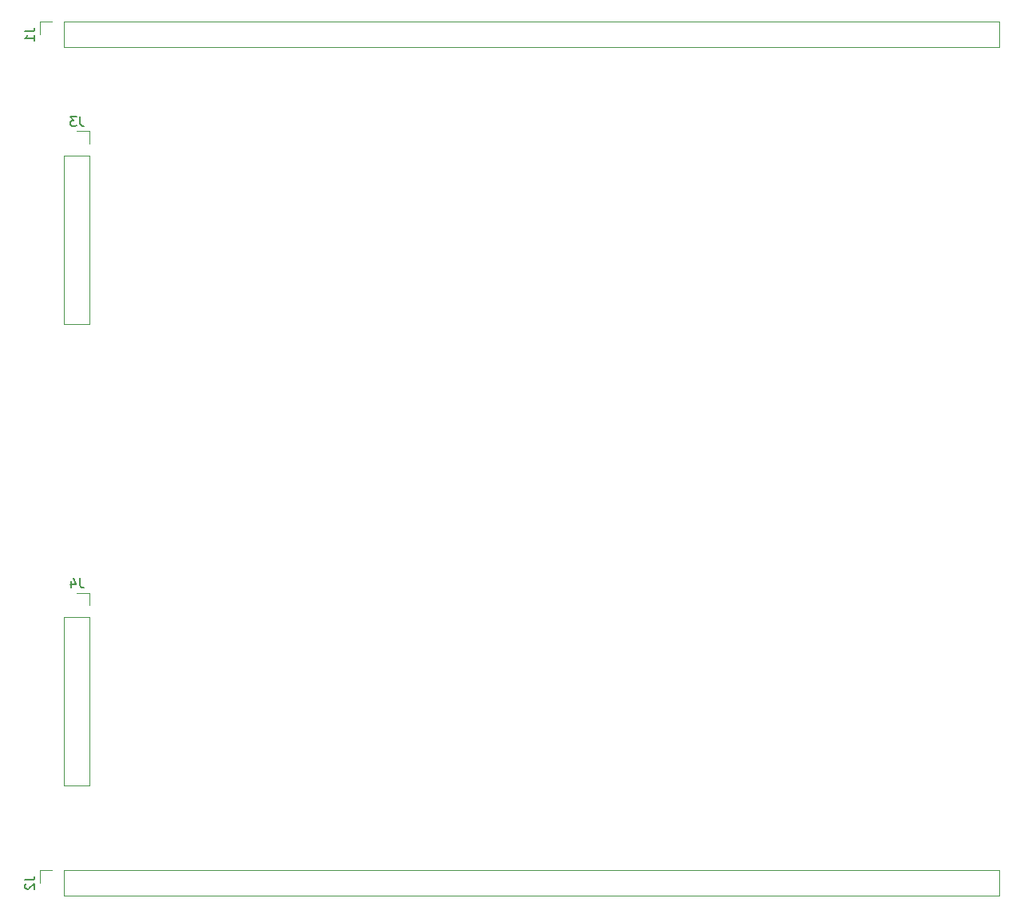
<source format=gbo>
G04 #@! TF.GenerationSoftware,KiCad,Pcbnew,(5.1.9)-1*
G04 #@! TF.CreationDate,2021-11-21T23:13:33-05:00*
G04 #@! TF.ProjectId,ir-rc,69722d72-632e-46b6-9963-61645f706362,1.1*
G04 #@! TF.SameCoordinates,Original*
G04 #@! TF.FileFunction,Legend,Bot*
G04 #@! TF.FilePolarity,Positive*
%FSLAX46Y46*%
G04 Gerber Fmt 4.6, Leading zero omitted, Abs format (unit mm)*
G04 Created by KiCad (PCBNEW (5.1.9)-1) date 2021-11-21 23:13:33*
%MOMM*%
%LPD*%
G01*
G04 APERTURE LIST*
%ADD10C,0.120000*%
%ADD11C,0.150000*%
%ADD12O,1.600000X1.600000*%
%ADD13R,1.600000X1.600000*%
%ADD14O,1.700000X1.700000*%
%ADD15R,1.700000X1.700000*%
G04 APERTURE END LIST*
D10*
X90330000Y-105230000D02*
X89000000Y-105230000D01*
X90330000Y-106560000D02*
X90330000Y-105230000D01*
X90330000Y-107830000D02*
X87670000Y-107830000D01*
X87670000Y-107830000D02*
X87670000Y-125670000D01*
X90330000Y-107830000D02*
X90330000Y-125670000D01*
X90330000Y-125670000D02*
X87670000Y-125670000D01*
X90330000Y-56270000D02*
X89000000Y-56270000D01*
X90330000Y-57600000D02*
X90330000Y-56270000D01*
X90330000Y-58870000D02*
X87670000Y-58870000D01*
X87670000Y-58870000D02*
X87670000Y-76710000D01*
X90330000Y-58870000D02*
X90330000Y-76710000D01*
X90330000Y-76710000D02*
X87670000Y-76710000D01*
X186790000Y-134670000D02*
X186790000Y-137330000D01*
X87670000Y-134670000D02*
X186790000Y-134670000D01*
X87670000Y-137330000D02*
X186790000Y-137330000D01*
X87670000Y-134670000D02*
X87670000Y-137330000D01*
X86400000Y-134670000D02*
X85070000Y-134670000D01*
X85070000Y-134670000D02*
X85070000Y-136000000D01*
X186790000Y-44670000D02*
X186790000Y-47330000D01*
X87670000Y-44670000D02*
X186790000Y-44670000D01*
X87670000Y-47330000D02*
X186790000Y-47330000D01*
X87670000Y-44670000D02*
X87670000Y-47330000D01*
X86400000Y-44670000D02*
X85070000Y-44670000D01*
X85070000Y-44670000D02*
X85070000Y-46000000D01*
D11*
X89333333Y-103682380D02*
X89333333Y-104396666D01*
X89380952Y-104539523D01*
X89476190Y-104634761D01*
X89619047Y-104682380D01*
X89714285Y-104682380D01*
X88428571Y-104015714D02*
X88428571Y-104682380D01*
X88666666Y-103634761D02*
X88904761Y-104349047D01*
X88285714Y-104349047D01*
X89333333Y-54722380D02*
X89333333Y-55436666D01*
X89380952Y-55579523D01*
X89476190Y-55674761D01*
X89619047Y-55722380D01*
X89714285Y-55722380D01*
X88952380Y-54722380D02*
X88333333Y-54722380D01*
X88666666Y-55103333D01*
X88523809Y-55103333D01*
X88428571Y-55150952D01*
X88380952Y-55198571D01*
X88333333Y-55293809D01*
X88333333Y-55531904D01*
X88380952Y-55627142D01*
X88428571Y-55674761D01*
X88523809Y-55722380D01*
X88809523Y-55722380D01*
X88904761Y-55674761D01*
X88952380Y-55627142D01*
X83522380Y-135666666D02*
X84236666Y-135666666D01*
X84379523Y-135619047D01*
X84474761Y-135523809D01*
X84522380Y-135380952D01*
X84522380Y-135285714D01*
X83617619Y-136095238D02*
X83570000Y-136142857D01*
X83522380Y-136238095D01*
X83522380Y-136476190D01*
X83570000Y-136571428D01*
X83617619Y-136619047D01*
X83712857Y-136666666D01*
X83808095Y-136666666D01*
X83950952Y-136619047D01*
X84522380Y-136047619D01*
X84522380Y-136666666D01*
X83522380Y-45666666D02*
X84236666Y-45666666D01*
X84379523Y-45619047D01*
X84474761Y-45523809D01*
X84522380Y-45380952D01*
X84522380Y-45285714D01*
X84522380Y-46666666D02*
X84522380Y-46095238D01*
X84522380Y-46380952D02*
X83522380Y-46380952D01*
X83665238Y-46285714D01*
X83760476Y-46190476D01*
X83808095Y-46095238D01*
%LPC*%
D12*
X178420000Y-79000000D03*
X170800000Y-94240000D03*
X178420000Y-81540000D03*
X170800000Y-91700000D03*
X178420000Y-84080000D03*
X170800000Y-89160000D03*
X178420000Y-86620000D03*
X170800000Y-86620000D03*
X178420000Y-89160000D03*
X170800000Y-84080000D03*
X178420000Y-91700000D03*
X170800000Y-81540000D03*
X178420000Y-94240000D03*
D13*
X170800000Y-79000000D03*
D12*
X138800000Y-82980000D03*
X156580000Y-90600000D03*
X141340000Y-82980000D03*
X154040000Y-90600000D03*
X143880000Y-82980000D03*
X151500000Y-90600000D03*
X146420000Y-82980000D03*
X148960000Y-90600000D03*
X148960000Y-82980000D03*
X146420000Y-90600000D03*
X151500000Y-82980000D03*
X143880000Y-90600000D03*
X154040000Y-82980000D03*
X141340000Y-90600000D03*
X156580000Y-82980000D03*
D13*
X138800000Y-90600000D03*
D14*
X89000000Y-124340000D03*
X89000000Y-121800000D03*
X89000000Y-119260000D03*
X89000000Y-116720000D03*
X89000000Y-114180000D03*
X89000000Y-111640000D03*
X89000000Y-109100000D03*
D15*
X89000000Y-106560000D03*
D14*
X89000000Y-75380000D03*
X89000000Y-72840000D03*
X89000000Y-70300000D03*
X89000000Y-67760000D03*
X89000000Y-65220000D03*
X89000000Y-62680000D03*
X89000000Y-60140000D03*
D15*
X89000000Y-57600000D03*
D12*
X122920000Y-58860000D03*
X115300000Y-76640000D03*
X122920000Y-61400000D03*
X115300000Y-74100000D03*
X122920000Y-63940000D03*
X115300000Y-71560000D03*
X122920000Y-66480000D03*
X115300000Y-69020000D03*
X122920000Y-69020000D03*
X115300000Y-66480000D03*
X122920000Y-71560000D03*
X115300000Y-63940000D03*
X122920000Y-74100000D03*
X115300000Y-61400000D03*
X122920000Y-76640000D03*
D13*
X115300000Y-58860000D03*
D12*
X107720000Y-58860000D03*
X100100000Y-76640000D03*
X107720000Y-61400000D03*
X100100000Y-74100000D03*
X107720000Y-63940000D03*
X100100000Y-71560000D03*
X107720000Y-66480000D03*
X100100000Y-69020000D03*
X107720000Y-69020000D03*
X100100000Y-66480000D03*
X107720000Y-71560000D03*
X100100000Y-63940000D03*
X107720000Y-74100000D03*
X100100000Y-61400000D03*
X107720000Y-76640000D03*
D13*
X100100000Y-58860000D03*
D12*
X104700000Y-115780000D03*
X127560000Y-123400000D03*
X107240000Y-115780000D03*
X125020000Y-123400000D03*
X109780000Y-115780000D03*
X122480000Y-123400000D03*
X112320000Y-115780000D03*
X119940000Y-123400000D03*
X114860000Y-115780000D03*
X117400000Y-123400000D03*
X117400000Y-115780000D03*
X114860000Y-123400000D03*
X119940000Y-115780000D03*
X112320000Y-123400000D03*
X122480000Y-115780000D03*
X109780000Y-123400000D03*
X125020000Y-115780000D03*
X107240000Y-123400000D03*
X127560000Y-115780000D03*
D13*
X104700000Y-123400000D03*
D12*
X105100000Y-97380000D03*
X127960000Y-105000000D03*
X107640000Y-97380000D03*
X125420000Y-105000000D03*
X110180000Y-97380000D03*
X122880000Y-105000000D03*
X112720000Y-97380000D03*
X120340000Y-105000000D03*
X115260000Y-97380000D03*
X117800000Y-105000000D03*
X117800000Y-97380000D03*
X115260000Y-105000000D03*
X120340000Y-97380000D03*
X112720000Y-105000000D03*
X122880000Y-97380000D03*
X110180000Y-105000000D03*
X125420000Y-97380000D03*
X107640000Y-105000000D03*
X127960000Y-97380000D03*
D13*
X105100000Y-105000000D03*
D14*
X185460000Y-136000000D03*
X182920000Y-136000000D03*
X180380000Y-136000000D03*
X177840000Y-136000000D03*
X175300000Y-136000000D03*
X172760000Y-136000000D03*
X170220000Y-136000000D03*
X167680000Y-136000000D03*
X165140000Y-136000000D03*
X162600000Y-136000000D03*
X160060000Y-136000000D03*
X157520000Y-136000000D03*
X154980000Y-136000000D03*
X152440000Y-136000000D03*
X149900000Y-136000000D03*
X147360000Y-136000000D03*
X144820000Y-136000000D03*
X142280000Y-136000000D03*
X139740000Y-136000000D03*
X137200000Y-136000000D03*
X134660000Y-136000000D03*
X132120000Y-136000000D03*
X129580000Y-136000000D03*
X127040000Y-136000000D03*
X124500000Y-136000000D03*
X121960000Y-136000000D03*
X119420000Y-136000000D03*
X116880000Y-136000000D03*
X114340000Y-136000000D03*
X111800000Y-136000000D03*
X109260000Y-136000000D03*
X106720000Y-136000000D03*
X104180000Y-136000000D03*
X101640000Y-136000000D03*
X99100000Y-136000000D03*
X96560000Y-136000000D03*
X94020000Y-136000000D03*
X91480000Y-136000000D03*
X88940000Y-136000000D03*
D15*
X86400000Y-136000000D03*
D14*
X185460000Y-46000000D03*
X182920000Y-46000000D03*
X180380000Y-46000000D03*
X177840000Y-46000000D03*
X175300000Y-46000000D03*
X172760000Y-46000000D03*
X170220000Y-46000000D03*
X167680000Y-46000000D03*
X165140000Y-46000000D03*
X162600000Y-46000000D03*
X160060000Y-46000000D03*
X157520000Y-46000000D03*
X154980000Y-46000000D03*
X152440000Y-46000000D03*
X149900000Y-46000000D03*
X147360000Y-46000000D03*
X144820000Y-46000000D03*
X142280000Y-46000000D03*
X139740000Y-46000000D03*
X137200000Y-46000000D03*
X134660000Y-46000000D03*
X132120000Y-46000000D03*
X129580000Y-46000000D03*
X127040000Y-46000000D03*
X124500000Y-46000000D03*
X121960000Y-46000000D03*
X119420000Y-46000000D03*
X116880000Y-46000000D03*
X114340000Y-46000000D03*
X111800000Y-46000000D03*
X109260000Y-46000000D03*
X106720000Y-46000000D03*
X104180000Y-46000000D03*
X101640000Y-46000000D03*
X99100000Y-46000000D03*
X96560000Y-46000000D03*
X94020000Y-46000000D03*
X91480000Y-46000000D03*
X88940000Y-46000000D03*
D15*
X86400000Y-46000000D03*
M02*

</source>
